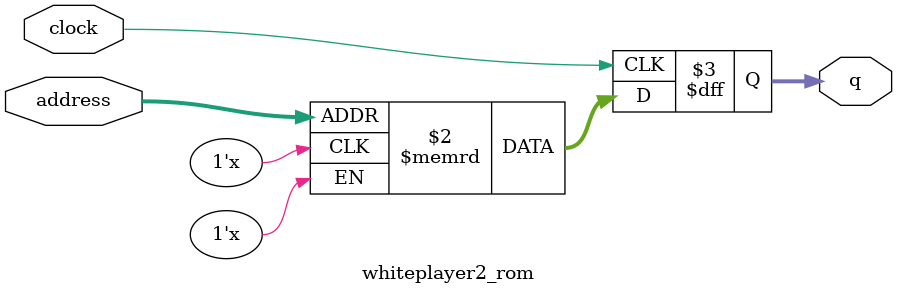
<source format=sv>
module whiteplayer2_rom (
	input logic clock,
	input logic [7:0] address,
	output logic [3:0] q
);

logic [3:0] memory [0:255] /* synthesis ram_init_file = "./whiteplayer2/whiteplayer2.mif" */;

always_ff @ (posedge clock) begin
	q <= memory[address];
end

endmodule

</source>
